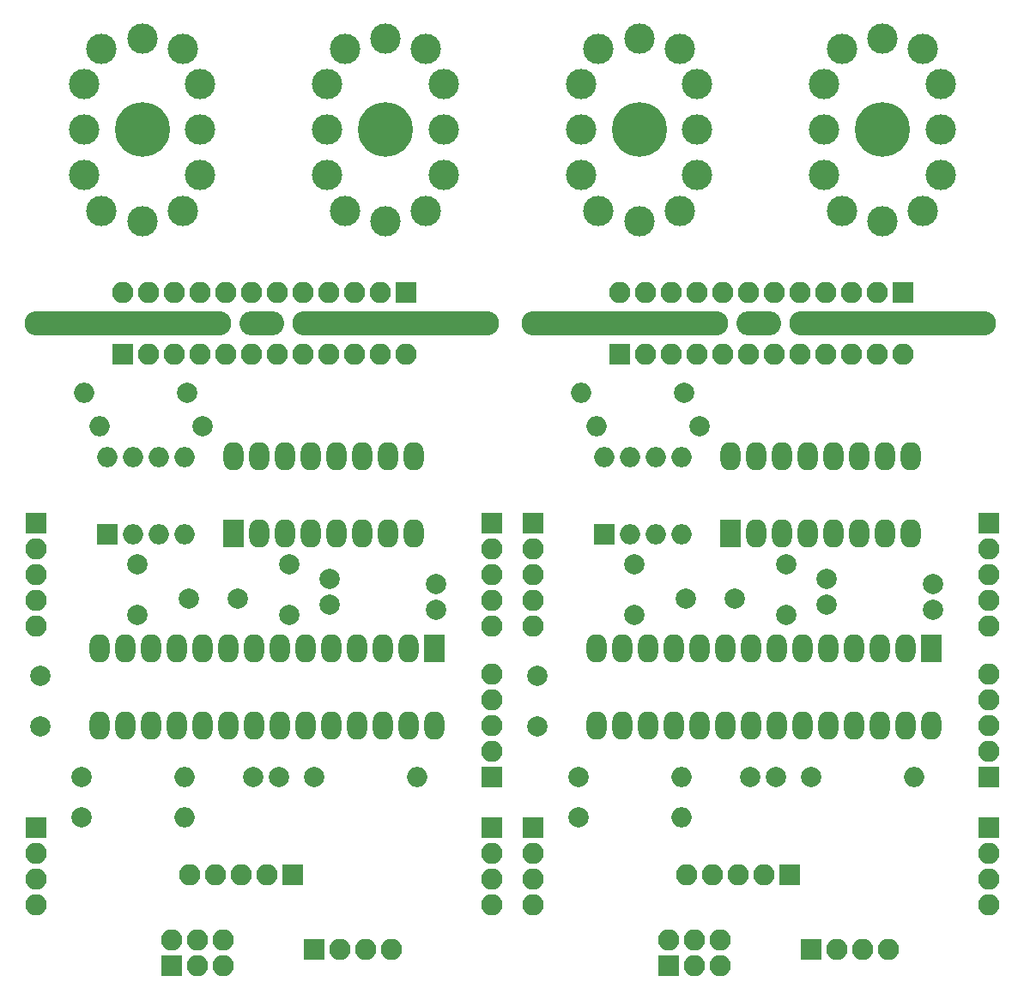
<source format=gbs>
G04 #@! TF.FileFunction,Soldermask,Bot*
%FSLAX46Y46*%
G04 Gerber Fmt 4.6, Leading zero omitted, Abs format (unit mm)*
G04 Created by KiCad (PCBNEW 4.0.7) date 10/23/17 00:13:22*
%MOMM*%
%LPD*%
G01*
G04 APERTURE LIST*
%ADD10C,0.100000*%
%ADD11R,2.000000X2.000000*%
%ADD12O,2.000000X2.000000*%
%ADD13C,2.000000*%
%ADD14R,2.100000X2.100000*%
%ADD15O,2.100000X2.100000*%
%ADD16R,2.000000X2.800000*%
%ADD17O,2.000000X2.800000*%
%ADD18C,3.000000*%
%ADD19C,5.400000*%
%ADD20O,20.400000X2.400000*%
%ADD21O,4.400000X2.400000*%
G04 APERTURE END LIST*
D10*
D11*
X166924000Y-99868000D03*
D12*
X174544000Y-92248000D03*
X169464000Y-99868000D03*
X172004000Y-92248000D03*
X172004000Y-99868000D03*
X169464000Y-92248000D03*
X174544000Y-99868000D03*
X166924000Y-92248000D03*
D13*
X188868000Y-106778000D03*
X188868000Y-104278000D03*
X199368000Y-104778000D03*
X199368000Y-107278000D03*
X160368000Y-118778000D03*
X160368000Y-113778000D03*
X181368000Y-123778000D03*
X183868000Y-123778000D03*
X184868000Y-102778000D03*
X184868000Y-107778000D03*
X169868000Y-102778000D03*
X169868000Y-107778000D03*
D14*
X204868000Y-128778000D03*
D15*
X204868000Y-131318000D03*
X204868000Y-133858000D03*
X204868000Y-136398000D03*
D14*
X204868000Y-123778000D03*
D15*
X204868000Y-121238000D03*
X204868000Y-118698000D03*
X204868000Y-116158000D03*
X204868000Y-113618000D03*
D14*
X159868000Y-128778000D03*
D15*
X159868000Y-131318000D03*
X159868000Y-133858000D03*
X159868000Y-136398000D03*
D14*
X173274000Y-142413000D03*
D15*
X173274000Y-139873000D03*
X175814000Y-142413000D03*
X175814000Y-139873000D03*
X178354000Y-142413000D03*
X178354000Y-139873000D03*
D14*
X187368000Y-140778000D03*
D15*
X189908000Y-140778000D03*
X192448000Y-140778000D03*
X194988000Y-140778000D03*
D14*
X204868000Y-98778000D03*
D15*
X204868000Y-101318000D03*
X204868000Y-103858000D03*
X204868000Y-106398000D03*
X204868000Y-108938000D03*
D14*
X159868000Y-98778000D03*
D15*
X159868000Y-101318000D03*
X159868000Y-103858000D03*
X159868000Y-106398000D03*
X159868000Y-108938000D03*
D13*
X187368000Y-123778000D03*
D12*
X197528000Y-123778000D03*
D13*
X164368000Y-123778000D03*
D12*
X174528000Y-123778000D03*
D13*
X174798000Y-85898000D03*
D12*
X164638000Y-85898000D03*
D13*
X164368000Y-127778000D03*
D12*
X174528000Y-127778000D03*
D13*
X176322000Y-89200000D03*
D12*
X166162000Y-89200000D03*
D16*
X199214000Y-111076000D03*
D17*
X166194000Y-118696000D03*
X196674000Y-111076000D03*
X168734000Y-118696000D03*
X194134000Y-111076000D03*
X171274000Y-118696000D03*
X191594000Y-111076000D03*
X173814000Y-118696000D03*
X189054000Y-111076000D03*
X176354000Y-118696000D03*
X186514000Y-111076000D03*
X178894000Y-118696000D03*
X183974000Y-111076000D03*
X181434000Y-118696000D03*
X181434000Y-111076000D03*
X183974000Y-118696000D03*
X178894000Y-111076000D03*
X186514000Y-118696000D03*
X176354000Y-111076000D03*
X189054000Y-118696000D03*
X173814000Y-111076000D03*
X191594000Y-118696000D03*
X171274000Y-111076000D03*
X194134000Y-118696000D03*
X168734000Y-111076000D03*
X196674000Y-118696000D03*
X166194000Y-111076000D03*
X199214000Y-118696000D03*
D16*
X179368000Y-99778000D03*
D17*
X197148000Y-92158000D03*
X181908000Y-99778000D03*
X194608000Y-92158000D03*
X184448000Y-99778000D03*
X192068000Y-92158000D03*
X186988000Y-99778000D03*
X189528000Y-92158000D03*
X189528000Y-99778000D03*
X186988000Y-92158000D03*
X192068000Y-99778000D03*
X184448000Y-92158000D03*
X194608000Y-99778000D03*
X181908000Y-92158000D03*
X197148000Y-99778000D03*
X179368000Y-92158000D03*
D18*
X170368000Y-68904000D03*
X166368000Y-67904000D03*
X164618000Y-64404000D03*
X164618000Y-59904000D03*
X164618000Y-55404000D03*
X166368000Y-51904000D03*
X170368000Y-50904000D03*
X174368000Y-51904000D03*
X176118000Y-55404000D03*
X176118000Y-59904000D03*
X176118000Y-64404000D03*
D19*
X170368000Y-59904000D03*
D18*
X174368000Y-67904000D03*
X194368000Y-68904000D03*
X190368000Y-67904000D03*
X188618000Y-64404000D03*
X188618000Y-59904000D03*
X188618000Y-55404000D03*
X190368000Y-51904000D03*
X194368000Y-50904000D03*
X198368000Y-51904000D03*
X200118000Y-55404000D03*
X200118000Y-59904000D03*
X200118000Y-64404000D03*
D19*
X194368000Y-59904000D03*
D18*
X198368000Y-67904000D03*
D13*
X174968000Y-106178000D03*
X179768000Y-106178000D03*
D14*
X185244000Y-133428000D03*
D15*
X182704000Y-133428000D03*
X180164000Y-133428000D03*
X177624000Y-133428000D03*
X175084000Y-133428000D03*
D14*
X168448000Y-82088000D03*
D15*
X170988000Y-82088000D03*
X173528000Y-82088000D03*
X176068000Y-82088000D03*
X178608000Y-82088000D03*
X181148000Y-82088000D03*
X183688000Y-82088000D03*
X186228000Y-82088000D03*
X188768000Y-82088000D03*
X191308000Y-82088000D03*
X193848000Y-82088000D03*
X196388000Y-82088000D03*
D14*
X196388000Y-75992000D03*
D15*
X193848000Y-75992000D03*
X191308000Y-75992000D03*
X188768000Y-75992000D03*
X186228000Y-75992000D03*
X183688000Y-75992000D03*
X181148000Y-75992000D03*
X178608000Y-75992000D03*
X176068000Y-75992000D03*
X173528000Y-75992000D03*
X170988000Y-75992000D03*
X168448000Y-75992000D03*
D20*
X168956000Y-79040000D03*
X195372000Y-79040000D03*
D21*
X182164000Y-79040000D03*
D11*
X117902000Y-99868000D03*
D12*
X125522000Y-92248000D03*
X120442000Y-99868000D03*
X122982000Y-92248000D03*
X122982000Y-99868000D03*
X120442000Y-92248000D03*
X125522000Y-99868000D03*
X117902000Y-92248000D03*
D13*
X139846000Y-106778000D03*
X139846000Y-104278000D03*
X150346000Y-104778000D03*
X150346000Y-107278000D03*
X111346000Y-118778000D03*
X111346000Y-113778000D03*
X132346000Y-123778000D03*
X134846000Y-123778000D03*
X135846000Y-102778000D03*
X135846000Y-107778000D03*
X120846000Y-102778000D03*
X120846000Y-107778000D03*
D14*
X155846000Y-128778000D03*
D15*
X155846000Y-131318000D03*
X155846000Y-133858000D03*
X155846000Y-136398000D03*
D14*
X155846000Y-123778000D03*
D15*
X155846000Y-121238000D03*
X155846000Y-118698000D03*
X155846000Y-116158000D03*
X155846000Y-113618000D03*
D14*
X110846000Y-128778000D03*
D15*
X110846000Y-131318000D03*
X110846000Y-133858000D03*
X110846000Y-136398000D03*
D14*
X124252000Y-142413000D03*
D15*
X124252000Y-139873000D03*
X126792000Y-142413000D03*
X126792000Y-139873000D03*
X129332000Y-142413000D03*
X129332000Y-139873000D03*
D14*
X138346000Y-140778000D03*
D15*
X140886000Y-140778000D03*
X143426000Y-140778000D03*
X145966000Y-140778000D03*
D14*
X155846000Y-98778000D03*
D15*
X155846000Y-101318000D03*
X155846000Y-103858000D03*
X155846000Y-106398000D03*
X155846000Y-108938000D03*
D14*
X110846000Y-98778000D03*
D15*
X110846000Y-101318000D03*
X110846000Y-103858000D03*
X110846000Y-106398000D03*
X110846000Y-108938000D03*
D13*
X138346000Y-123778000D03*
D12*
X148506000Y-123778000D03*
D13*
X115346000Y-123778000D03*
D12*
X125506000Y-123778000D03*
D13*
X125776000Y-85898000D03*
D12*
X115616000Y-85898000D03*
D13*
X115346000Y-127778000D03*
D12*
X125506000Y-127778000D03*
D13*
X127300000Y-89200000D03*
D12*
X117140000Y-89200000D03*
D16*
X150192000Y-111076000D03*
D17*
X117172000Y-118696000D03*
X147652000Y-111076000D03*
X119712000Y-118696000D03*
X145112000Y-111076000D03*
X122252000Y-118696000D03*
X142572000Y-111076000D03*
X124792000Y-118696000D03*
X140032000Y-111076000D03*
X127332000Y-118696000D03*
X137492000Y-111076000D03*
X129872000Y-118696000D03*
X134952000Y-111076000D03*
X132412000Y-118696000D03*
X132412000Y-111076000D03*
X134952000Y-118696000D03*
X129872000Y-111076000D03*
X137492000Y-118696000D03*
X127332000Y-111076000D03*
X140032000Y-118696000D03*
X124792000Y-111076000D03*
X142572000Y-118696000D03*
X122252000Y-111076000D03*
X145112000Y-118696000D03*
X119712000Y-111076000D03*
X147652000Y-118696000D03*
X117172000Y-111076000D03*
X150192000Y-118696000D03*
D16*
X130346000Y-99778000D03*
D17*
X148126000Y-92158000D03*
X132886000Y-99778000D03*
X145586000Y-92158000D03*
X135426000Y-99778000D03*
X143046000Y-92158000D03*
X137966000Y-99778000D03*
X140506000Y-92158000D03*
X140506000Y-99778000D03*
X137966000Y-92158000D03*
X143046000Y-99778000D03*
X135426000Y-92158000D03*
X145586000Y-99778000D03*
X132886000Y-92158000D03*
X148126000Y-99778000D03*
X130346000Y-92158000D03*
D18*
X121346000Y-68904000D03*
X117346000Y-67904000D03*
X115596000Y-64404000D03*
X115596000Y-59904000D03*
X115596000Y-55404000D03*
X117346000Y-51904000D03*
X121346000Y-50904000D03*
X125346000Y-51904000D03*
X127096000Y-55404000D03*
X127096000Y-59904000D03*
X127096000Y-64404000D03*
D19*
X121346000Y-59904000D03*
D18*
X125346000Y-67904000D03*
X145346000Y-68904000D03*
X141346000Y-67904000D03*
X139596000Y-64404000D03*
X139596000Y-59904000D03*
X139596000Y-55404000D03*
X141346000Y-51904000D03*
X145346000Y-50904000D03*
X149346000Y-51904000D03*
X151096000Y-55404000D03*
X151096000Y-59904000D03*
X151096000Y-64404000D03*
D19*
X145346000Y-59904000D03*
D18*
X149346000Y-67904000D03*
D13*
X125946000Y-106178000D03*
X130746000Y-106178000D03*
D14*
X136222000Y-133428000D03*
D15*
X133682000Y-133428000D03*
X131142000Y-133428000D03*
X128602000Y-133428000D03*
X126062000Y-133428000D03*
D14*
X119426000Y-82088000D03*
D15*
X121966000Y-82088000D03*
X124506000Y-82088000D03*
X127046000Y-82088000D03*
X129586000Y-82088000D03*
X132126000Y-82088000D03*
X134666000Y-82088000D03*
X137206000Y-82088000D03*
X139746000Y-82088000D03*
X142286000Y-82088000D03*
X144826000Y-82088000D03*
X147366000Y-82088000D03*
D14*
X147366000Y-75992000D03*
D15*
X144826000Y-75992000D03*
X142286000Y-75992000D03*
X139746000Y-75992000D03*
X137206000Y-75992000D03*
X134666000Y-75992000D03*
X132126000Y-75992000D03*
X129586000Y-75992000D03*
X127046000Y-75992000D03*
X124506000Y-75992000D03*
X121966000Y-75992000D03*
X119426000Y-75992000D03*
D20*
X119934000Y-79040000D03*
X146350000Y-79040000D03*
D21*
X133142000Y-79040000D03*
M02*

</source>
